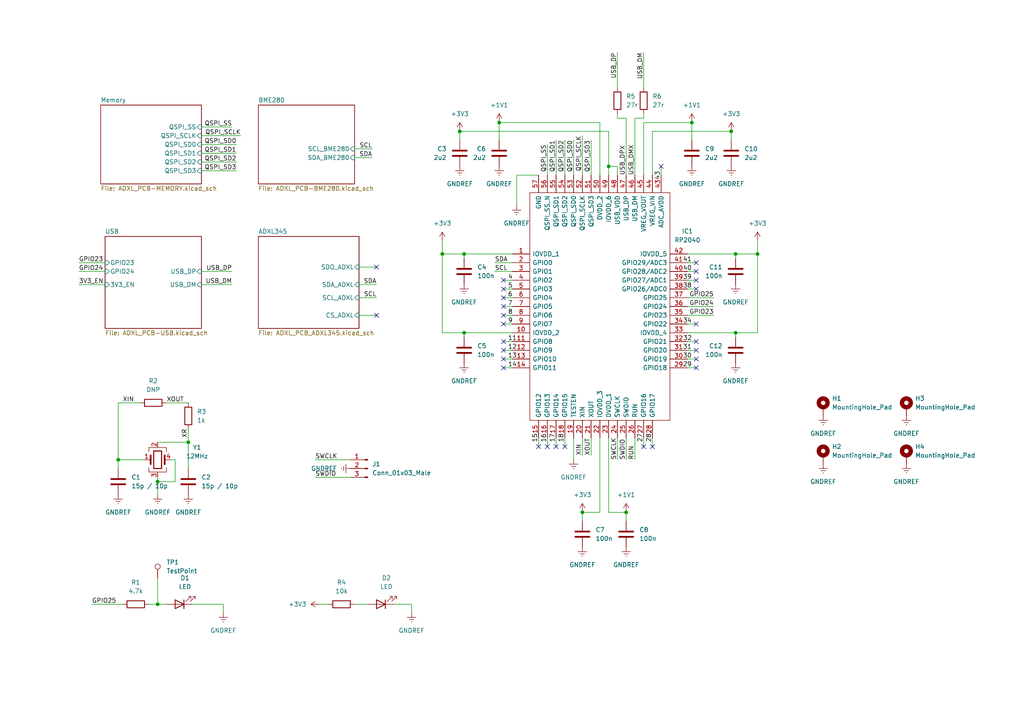
<source format=kicad_sch>
(kicad_sch (version 20211123) (generator eeschema)
  (paper "A4")
  (lib_symbols
    (symbol "Connector:Conn_01x03_Male" (pin_names (offset 1.016) hide)
      (property "Reference" "J" (at 0 5.08 0))
      (property "Value" "Conn_01x03_Male" (at 0 -5.08 0))
      (symbol "Conn_01x03_Male_1_1"
        (polyline (pts (xy 1.27 -2.54) (xy 0.8636 -2.54)) (stroke (width 0.1524)))
        (polyline (pts (xy 1.27 0) (xy 0.8636 0)) (stroke (width 0.1524)))
        (polyline (pts (xy 1.27 2.54) (xy 0.8636 2.54)) (stroke (width 0.1524)))
        (rectangle (start 0.8636 -2.413) (end 0 -2.667) (stroke (width 0.1524)) (fill (type outline)))
        (rectangle (start 0.8636 0.127) (end 0 -0.127) (stroke (width 0.1524)) (fill (type outline)))
        (rectangle (start 0.8636 2.667) (end 0 2.413) (stroke (width 0.1524)) (fill (type outline)))
        (pin passive line (at 5.08 2.54 180) (length 3.81) (name "Pin_1") (number "1"))
        (pin passive line (at 5.08 0 180) (length 3.81) (name "Pin_2") (number "2"))
        (pin passive line (at 5.08 -2.54 180) (length 3.81) (name "Pin_3") (number "3"))
      )
    )
    (symbol "Connector:TestPoint" (pin_numbers hide) (pin_names (offset 0.762) hide)
      (property "Reference" "TP" (at 0 6.858 0))
      (property "Value" "TestPoint" (at 0 5.08 0))
      (symbol "TestPoint_0_1"
        (circle (center 0 3.302) (radius 0.762))
      )
      (symbol "TestPoint_1_1"
        (pin passive line (at 0 0 90) (length 2.54) (name "1") (number "1"))
      )
    )
    (symbol "Device:C" (pin_numbers hide) (pin_names (offset 0.254))
      (property "Reference" "C" (at 0.635 2.54 0))
      (property "Value" "C" (at 0.635 -2.54 0))
      (symbol "C_0_1"
        (polyline (pts (xy -2.032 -0.762) (xy 2.032 -0.762)) (stroke (width 0.508)))
        (polyline (pts (xy -2.032 0.762) (xy 2.032 0.762)) (stroke (width 0.508)))
      )
      (symbol "C_1_1"
        (pin passive line (at 0 3.81 270) (length 2.794) (name "~") (number "1"))
        (pin passive line (at 0 -3.81 90) (length 2.794) (name "~") (number "2"))
      )
    )
    (symbol "Device:Crystal_GND23" (pin_names (offset 1.016) hide)
      (property "Reference" "Y" (at 3.175 5.08 0))
      (property "Value" "Crystal_GND23" (at 3.175 3.175 0))
      (symbol "Crystal_GND23_0_1"
        (rectangle (start -1.143 2.54) (end 1.143 -2.54) (stroke (width 0.3048)))
        (polyline (pts (xy -2.54 0) (xy -2.032 0)))
        (polyline (pts (xy -2.032 -1.27) (xy -2.032 1.27)) (stroke (width 0.508)))
        (polyline (pts (xy 0 -3.81) (xy 0 -3.556)))
        (polyline (pts (xy 0 3.556) (xy 0 3.81)))
        (polyline (pts (xy 2.032 -1.27) (xy 2.032 1.27)) (stroke (width 0.508)))
        (polyline (pts (xy 2.032 0) (xy 2.54 0)))
        (polyline (pts (xy -2.54 -2.286) (xy -2.54 -3.556) (xy 2.54 -3.556) (xy 2.54 -2.286)))
        (polyline (pts (xy -2.54 2.286) (xy -2.54 3.556) (xy 2.54 3.556) (xy 2.54 2.286)))
      )
      (symbol "Crystal_GND23_1_1"
        (pin passive line (at -3.81 0 0) (length 1.27) (name "1") (number "1"))
        (pin passive line (at 0 5.08 270) (length 1.27) (name "2") (number "2"))
        (pin passive line (at 0 -5.08 90) (length 1.27) (name "3") (number "3"))
        (pin passive line (at 3.81 0 180) (length 1.27) (name "4") (number "4"))
      )
    )
    (symbol "Device:LED" (pin_numbers hide) (pin_names (offset 1.016) hide)
      (property "Reference" "D" (at 0 2.54 0))
      (property "Value" "LED" (at 0 -2.54 0))
      (symbol "LED_0_1"
        (polyline (pts (xy -1.27 -1.27) (xy -1.27 1.27)) (stroke (width 0.254)))
        (polyline (pts (xy -1.27 0) (xy 1.27 0)))
        (polyline (pts (xy 1.27 -1.27) (xy 1.27 1.27) (xy -1.27 0) (xy 1.27 -1.27)) (stroke (width 0.254)))
        (polyline (pts (xy -3.048 -0.762) (xy -4.572 -2.286) (xy -3.81 -2.286) (xy -4.572 -2.286) (xy -4.572 -1.524)))
        (polyline (pts (xy -1.778 -0.762) (xy -3.302 -2.286) (xy -2.54 -2.286) (xy -3.302 -2.286) (xy -3.302 -1.524)))
      )
      (symbol "LED_1_1"
        (pin passive line (at -3.81 0 0) (length 2.54) (name "K") (number "1"))
        (pin passive line (at 3.81 0 180) (length 2.54) (name "A") (number "2"))
      )
    )
    (symbol "Device:R" (pin_numbers hide) (pin_names (offset 0))
      (property "Reference" "R" (at 2.032 0 90))
      (property "Value" "R" (at 0 0 90))
      (symbol "R_0_1"
        (rectangle (start -1.016 -2.54) (end 1.016 2.54) (stroke (width 0.254)))
      )
      (symbol "R_1_1"
        (pin passive line (at 0 3.81 270) (length 1.27) (name "~") (number "1"))
        (pin passive line (at 0 -3.81 90) (length 1.27) (name "~") (number "2"))
      )
    )
    (symbol "Mechanical:MountingHole_Pad" (pin_numbers hide) (pin_names (offset 1.016) hide)
      (property "Reference" "H" (at 0 6.35 0))
      (property "Value" "MountingHole_Pad" (at 0 4.445 0))
      (symbol "MountingHole_Pad_0_1"
        (circle (center 0 1.27) (radius 1.27) (stroke (width 1.27)))
      )
      (symbol "MountingHole_Pad_1_1"
        (pin input line (at 0 -2.54 90) (length 2.54) (name "1") (number "1"))
      )
    )
    (symbol "Mouser parts:RP2040" (pin_names (offset 0.762))
      (property "Reference" "IC" (at 46.99 22.86 0))
      (property "Value" "RP2040" (at 46.99 20.32 0))
      (symbol "RP2040_0_0"
        (pin passive line (at 0 0 0) (length 5.08) (name "IOVDD_1") (number "1"))
        (pin passive line (at 0 -22.86 0) (length 5.08) (name "IOVDD_2") (number "10"))
        (pin passive line (at 0 -25.4 0) (length 5.08) (name "GPIO8") (number "11"))
        (pin passive line (at 0 -27.94 0) (length 5.08) (name "GPIO9") (number "12"))
        (pin passive line (at 0 -30.48 0) (length 5.08) (name "GPIO10") (number "13"))
        (pin passive line (at 0 -33.02 0) (length 5.08) (name "GPIO11") (number "14"))
        (pin passive line (at 7.62 -53.34 90) (length 5.08) (name "GPIO12") (number "15"))
        (pin passive line (at 10.16 -53.34 90) (length 5.08) (name "GPIO13") (number "16"))
        (pin passive line (at 12.7 -53.34 90) (length 5.08) (name "GPIO14") (number "17"))
        (pin passive line (at 15.24 -53.34 90) (length 5.08) (name "GPIO15") (number "18"))
        (pin passive line (at 17.78 -53.34 90) (length 5.08) (name "TESTEN") (number "19"))
        (pin passive line (at 0 -2.54 0) (length 5.08) (name "GPIO0") (number "2"))
        (pin passive line (at 20.32 -53.34 90) (length 5.08) (name "XIN") (number "20"))
        (pin passive line (at 22.86 -53.34 90) (length 5.08) (name "XOUT") (number "21"))
        (pin passive line (at 25.4 -53.34 90) (length 5.08) (name "IOVDD_3") (number "22"))
        (pin passive line (at 27.94 -53.34 90) (length 5.08) (name "DVDD_1") (number "23"))
        (pin passive line (at 30.48 -53.34 90) (length 5.08) (name "SWCLK") (number "24"))
        (pin passive line (at 33.02 -53.34 90) (length 5.08) (name "SWDIO") (number "25"))
        (pin passive line (at 35.56 -53.34 90) (length 5.08) (name "RUN") (number "26"))
        (pin passive line (at 38.1 -53.34 90) (length 5.08) (name "GPIO16") (number "27"))
        (pin passive line (at 40.64 -53.34 90) (length 5.08) (name "GPIO17") (number "28"))
        (pin passive line (at 50.8 -33.02 180) (length 5.08) (name "GPIO18") (number "29"))
        (pin passive line (at 0 -5.08 0) (length 5.08) (name "GPIO1") (number "3"))
        (pin passive line (at 50.8 -30.48 180) (length 5.08) (name "GPIO19") (number "30"))
        (pin passive line (at 50.8 -27.94 180) (length 5.08) (name "GPIO20") (number "31"))
        (pin passive line (at 50.8 -25.4 180) (length 5.08) (name "GPIO21") (number "32"))
        (pin passive line (at 50.8 -22.86 180) (length 5.08) (name "IOVDD_4") (number "33"))
        (pin passive line (at 50.8 -20.32 180) (length 5.08) (name "GPIO22") (number "34"))
        (pin passive line (at 50.8 -17.78 180) (length 5.08) (name "GPIO23") (number "35"))
        (pin passive line (at 50.8 -15.24 180) (length 5.08) (name "GPIO24") (number "36"))
        (pin passive line (at 50.8 -12.7 180) (length 5.08) (name "GPIO25") (number "37"))
        (pin passive line (at 50.8 -10.16 180) (length 5.08) (name "GPIO26/ADC0") (number "38"))
        (pin passive line (at 50.8 -7.62 180) (length 5.08) (name "GPIO27/ADC1") (number "39"))
        (pin passive line (at 0 -7.62 0) (length 5.08) (name "GPIO2") (number "4"))
        (pin passive line (at 50.8 -5.08 180) (length 5.08) (name "GPIO28/ADC2") (number "40"))
        (pin passive line (at 50.8 -2.54 180) (length 5.08) (name "GPIO29/ADC3") (number "41"))
        (pin passive line (at 50.8 0 180) (length 5.08) (name "IOVDD_5") (number "42"))
        (pin passive line (at 43.18 22.86 270) (length 5.08) (name "ADC_AVDD") (number "43"))
        (pin passive line (at 40.64 22.86 270) (length 5.08) (name "VREG_VIN") (number "44"))
        (pin passive line (at 38.1 22.86 270) (length 5.08) (name "VREG_VOUT") (number "45"))
        (pin passive line (at 35.56 22.86 270) (length 5.08) (name "USB_DM") (number "46"))
        (pin passive line (at 33.02 22.86 270) (length 5.08) (name "USB_DP") (number "47"))
        (pin passive line (at 30.48 22.86 270) (length 5.08) (name "USB_VDD") (number "48"))
        (pin passive line (at 27.94 22.86 270) (length 5.08) (name "IOVDD_6") (number "49"))
        (pin passive line (at 0 -10.16 0) (length 5.08) (name "GPIO3") (number "5"))
        (pin passive line (at 25.4 22.86 270) (length 5.08) (name "DVDD_2") (number "50"))
        (pin passive line (at 22.86 22.86 270) (length 5.08) (name "QSPI_SD3") (number "51"))
        (pin passive line (at 20.32 22.86 270) (length 5.08) (name "QSPI_SCLK") (number "52"))
        (pin passive line (at 17.78 22.86 270) (length 5.08) (name "QSPI_SD0") (number "53"))
        (pin passive line (at 15.24 22.86 270) (length 5.08) (name "QSPI_SD2") (number "54"))
        (pin passive line (at 12.7 22.86 270) (length 5.08) (name "QSPI_SD1") (number "55"))
        (pin passive line (at 10.16 22.86 270) (length 5.08) (name "QSPI_SS_N") (number "56"))
        (pin passive line (at 7.62 22.86 270) (length 5.08) (name "GND") (number "57"))
        (pin passive line (at 0 -12.7 0) (length 5.08) (name "GPIO4") (number "6"))
        (pin passive line (at 0 -15.24 0) (length 5.08) (name "GPIO5") (number "7"))
        (pin passive line (at 0 -17.78 0) (length 5.08) (name "GPIO6") (number "8"))
        (pin passive line (at 0 -20.32 0) (length 5.08) (name "GPIO7") (number "9"))
      )
      (symbol "RP2040_0_1"
        (polyline (pts (xy 5.08 17.78) (xy 45.72 17.78) (xy 45.72 -48.26) (xy 5.08 -48.26) (xy 5.08 17.78)) (stroke (width 0.1524)))
      )
    )
    (symbol "power:+1V1" (power) (pin_names (offset 0))
      (property "Value" "+1V1" (at 0 3.556 0))
      (symbol "+1V1_0_1"
        (polyline (pts (xy -0.762 1.27) (xy 0 2.54)))
        (polyline (pts (xy 0 0) (xy 0 2.54)))
        (polyline (pts (xy 0 2.54) (xy 0.762 1.27)))
      )
      (symbol "+1V1_1_1"
        (pin power_in line (at 0 0 90) (length 0) hide (name "+1V1") (number "1"))
      )
    )
    (symbol "power:+3.3V" (power) (pin_names (offset 0))
      (property "Value" "+3.3V" (at 0 3.556 0))
      (symbol "+3.3V_0_1"
        (polyline (pts (xy -0.762 1.27) (xy 0 2.54)))
        (polyline (pts (xy 0 0) (xy 0 2.54)))
        (polyline (pts (xy 0 2.54) (xy 0.762 1.27)))
      )
      (symbol "+3.3V_1_1"
        (pin power_in line (at 0 0 90) (length 0) hide (name "+3V3") (number "1"))
      )
    )
    (symbol "power:GNDREF" (power) (pin_names (offset 0))
      (property "Value" "GNDREF" (at 0 -3.81 0))
      (symbol "GNDREF_0_1"
        (polyline (pts (xy -0.635 -1.905) (xy 0.635 -1.905)))
        (polyline (pts (xy -0.127 -2.54) (xy 0.127 -2.54)))
        (polyline (pts (xy 0 -1.27) (xy 0 0)))
        (polyline (pts (xy 1.27 -1.27) (xy -1.27 -1.27)))
      )
      (symbol "GNDREF_1_1"
        (pin power_in line (at 0 0 270) (length 0) hide (name "GNDREF") (number "1"))
      )
    )
  )
  (junction (at 34.29 133.35))
  (junction (at 212.09 38.1))
  (junction (at 181.61 148.59))
  (junction (at 213.36 96.52))
  (junction (at 133.35 38.1))
  (junction (at 54.61 128.27))
  (junction (at 45.72 175.26))
  (junction (at 213.36 73.66))
  (junction (at 134.62 96.52))
  (junction (at 176.53 48.26))
  (junction (at 168.91 148.59))
  (junction (at 219.71 73.66))
  (junction (at 134.62 73.66))
  (junction (at 128.27 73.66))
  (junction (at 200.66 35.56))
  (junction (at 45.72 139.7))
  (junction (at 144.78 35.56))
  (no_connect (at 146.05 91.44))
  (no_connect (at 146.05 93.98))
  (no_connect (at 201.93 83.82))
  (no_connect (at 201.93 78.74))
  (no_connect (at 201.93 81.28))
  (no_connect (at 201.93 76.2))
  (no_connect (at 109.22 91.44))
  (no_connect (at 109.22 77.47))
  (no_connect (at 146.05 81.28))
  (no_connect (at 186.69 129.54))
  (no_connect (at 189.23 129.54))
  (no_connect (at 201.93 106.68))
  (no_connect (at 201.93 99.06))
  (no_connect (at 201.93 101.6))
  (no_connect (at 201.93 104.14))
  (no_connect (at 201.93 93.98))
  (no_connect (at 156.21 129.54))
  (no_connect (at 158.75 129.54))
  (no_connect (at 161.29 129.54))
  (no_connect (at 163.83 129.54))
  (no_connect (at 146.05 106.68))
  (no_connect (at 146.05 101.6))
  (no_connect (at 146.05 104.14))
  (no_connect (at 146.05 83.82))
  (no_connect (at 146.05 86.36))
  (no_connect (at 146.05 88.9))
  (no_connect (at 146.05 99.06))
  (no_connect (at 191.77 48.26))
  (wire (pts (xy 161.29 40.64) (xy 161.29 50.8)))
  (wire (pts (xy 199.39 99.06) (xy 201.93 99.06)))
  (wire (pts (xy 186.69 35.56) (xy 200.66 35.56)))
  (wire (pts (xy 156.21 127) (xy 156.21 129.54)))
  (wire (pts (xy 133.35 38.1) (xy 133.35 40.64)))
  (wire (pts (xy 149.86 50.8) (xy 156.21 50.8)))
  (wire (pts (xy 144.78 35.56) (xy 144.78 40.64)))
  (wire (pts (xy 200.66 35.56) (xy 200.66 40.64)))
  (wire (pts (xy 146.05 104.14) (xy 148.59 104.14)))
  (wire (pts (xy 199.39 78.74) (xy 201.93 78.74)))
  (wire (pts (xy 26.67 175.26) (xy 35.56 175.26)))
  (wire (pts (xy 45.72 138.43) (xy 45.72 139.7)))
  (wire (pts (xy 163.83 127) (xy 163.83 129.54)))
  (wire (pts (xy 176.53 48.26) (xy 179.07 48.26)))
  (wire (pts (xy 219.71 73.66) (xy 219.71 96.52)))
  (wire (pts (xy 199.39 83.82) (xy 201.93 83.82)))
  (wire (pts (xy 34.29 116.84) (xy 40.64 116.84)))
  (wire (pts (xy 104.14 86.36) (xy 109.22 86.36)))
  (wire (pts (xy 50.8 139.7) (xy 45.72 139.7)))
  (wire (pts (xy 109.22 91.44) (xy 104.14 91.44)))
  (wire (pts (xy 50.8 133.35) (xy 50.8 139.7)))
  (wire (pts (xy 30.48 76.2) (xy 22.86 76.2)))
  (wire (pts (xy 102.87 43.18) (xy 107.95 43.18)))
  (wire (pts (xy 179.07 33.02) (xy 179.07 34.29)))
  (wire (pts (xy 173.99 35.56) (xy 144.78 35.56)))
  (wire (pts (xy 184.15 50.8) (xy 184.15 34.29)))
  (wire (pts (xy 109.22 77.47) (xy 104.14 77.47)))
  (wire (pts (xy 134.62 96.52) (xy 134.62 97.79)))
  (wire (pts (xy 146.05 101.6) (xy 148.59 101.6)))
  (wire (pts (xy 179.07 34.29) (xy 181.61 34.29)))
  (wire (pts (xy 179.07 48.26) (xy 179.07 50.8)))
  (wire (pts (xy 41.91 133.35) (xy 34.29 133.35)))
  (wire (pts (xy 58.42 82.55) (xy 67.31 82.55)))
  (wire (pts (xy 148.59 96.52) (xy 134.62 96.52)))
  (wire (pts (xy 189.23 38.1) (xy 212.09 38.1)))
  (wire (pts (xy 189.23 50.8) (xy 189.23 38.1)))
  (wire (pts (xy 34.29 133.35) (xy 34.29 135.89)))
  (wire (pts (xy 181.61 34.29) (xy 181.61 50.8)))
  (wire (pts (xy 171.45 127) (xy 171.45 132.08)))
  (wire (pts (xy 219.71 73.66) (xy 213.36 73.66)))
  (wire (pts (xy 149.86 59.69) (xy 149.86 50.8)))
  (wire (pts (xy 102.87 45.72) (xy 107.95 45.72)))
  (wire (pts (xy 173.99 50.8) (xy 173.99 35.56)))
  (wire (pts (xy 58.42 49.53) (xy 68.58 49.53)))
  (wire (pts (xy 102.87 175.26) (xy 106.68 175.26)))
  (wire (pts (xy 58.42 78.74) (xy 67.31 78.74)))
  (wire (pts (xy 158.75 127) (xy 158.75 129.54)))
  (wire (pts (xy 181.61 127) (xy 181.61 133.35)))
  (wire (pts (xy 55.88 175.26) (xy 64.77 175.26)))
  (wire (pts (xy 146.05 91.44) (xy 148.59 91.44)))
  (wire (pts (xy 58.42 44.45) (xy 68.58 44.45)))
  (wire (pts (xy 45.72 128.27) (xy 54.61 128.27)))
  (wire (pts (xy 199.39 106.68) (xy 201.93 106.68)))
  (wire (pts (xy 128.27 96.52) (xy 134.62 96.52)))
  (wire (pts (xy 168.91 151.13) (xy 168.91 148.59)))
  (wire (pts (xy 191.77 48.26) (xy 191.77 50.8)))
  (wire (pts (xy 213.36 73.66) (xy 213.36 74.93)))
  (wire (pts (xy 207.01 86.36) (xy 199.39 86.36)))
  (wire (pts (xy 128.27 73.66) (xy 128.27 96.52)))
  (wire (pts (xy 166.37 127) (xy 166.37 133.35)))
  (wire (pts (xy 213.36 96.52) (xy 213.36 97.79)))
  (wire (pts (xy 184.15 34.29) (xy 186.69 34.29)))
  (wire (pts (xy 199.39 104.14) (xy 201.93 104.14)))
  (wire (pts (xy 219.71 96.52) (xy 213.36 96.52)))
  (wire (pts (xy 43.18 175.26) (xy 45.72 175.26)))
  (wire (pts (xy 146.05 106.68) (xy 148.59 106.68)))
  (wire (pts (xy 176.53 48.26) (xy 176.53 50.8)))
  (wire (pts (xy 119.38 175.26) (xy 119.38 177.8)))
  (wire (pts (xy 146.05 86.36) (xy 148.59 86.36)))
  (wire (pts (xy 189.23 127) (xy 189.23 129.54)))
  (wire (pts (xy 184.15 127) (xy 184.15 133.35)))
  (wire (pts (xy 146.05 93.98) (xy 148.59 93.98)))
  (wire (pts (xy 199.39 101.6) (xy 201.93 101.6)))
  (wire (pts (xy 161.29 127) (xy 161.29 129.54)))
  (wire (pts (xy 173.99 148.59) (xy 173.99 127)))
  (wire (pts (xy 168.91 127) (xy 168.91 132.08)))
  (wire (pts (xy 45.72 167.64) (xy 45.72 175.26)))
  (wire (pts (xy 34.29 133.35) (xy 34.29 116.84)))
  (wire (pts (xy 199.39 81.28) (xy 201.93 81.28)))
  (wire (pts (xy 64.77 175.26) (xy 64.77 177.8)))
  (wire (pts (xy 176.53 148.59) (xy 181.61 148.59)))
  (wire (pts (xy 58.42 46.99) (xy 68.58 46.99)))
  (wire (pts (xy 186.69 15.24) (xy 186.69 25.4)))
  (wire (pts (xy 176.53 38.1) (xy 176.53 48.26)))
  (wire (pts (xy 49.53 133.35) (xy 50.8 133.35)))
  (wire (pts (xy 58.42 39.37) (xy 69.85 39.37)))
  (wire (pts (xy 179.07 15.24) (xy 179.07 25.4)))
  (wire (pts (xy 146.05 88.9) (xy 148.59 88.9)))
  (wire (pts (xy 133.35 38.1) (xy 176.53 38.1)))
  (wire (pts (xy 54.61 124.46) (xy 54.61 128.27)))
  (wire (pts (xy 143.51 76.2) (xy 148.59 76.2)))
  (wire (pts (xy 58.42 41.91) (xy 68.58 41.91)))
  (wire (pts (xy 91.44 133.35) (xy 101.6 133.35)))
  (wire (pts (xy 148.59 73.66) (xy 134.62 73.66)))
  (wire (pts (xy 45.72 175.26) (xy 48.26 175.26)))
  (wire (pts (xy 179.07 127) (xy 179.07 133.35)))
  (wire (pts (xy 199.39 76.2) (xy 201.93 76.2)))
  (wire (pts (xy 45.72 139.7) (xy 45.72 143.51)))
  (wire (pts (xy 30.48 78.74) (xy 22.86 78.74)))
  (wire (pts (xy 92.71 175.26) (xy 95.25 175.26)))
  (wire (pts (xy 143.51 78.74) (xy 148.59 78.74)))
  (wire (pts (xy 219.71 69.85) (xy 219.71 73.66)))
  (wire (pts (xy 22.86 82.55) (xy 30.48 82.55)))
  (wire (pts (xy 168.91 39.37) (xy 168.91 50.8)))
  (wire (pts (xy 54.61 128.27) (xy 54.61 135.89)))
  (wire (pts (xy 186.69 127) (xy 186.69 129.54)))
  (wire (pts (xy 186.69 34.29) (xy 186.69 33.02)))
  (wire (pts (xy 199.39 88.9) (xy 207.01 88.9)))
  (wire (pts (xy 181.61 148.59) (xy 181.61 151.13)))
  (wire (pts (xy 128.27 73.66) (xy 134.62 73.66)))
  (wire (pts (xy 212.09 38.1) (xy 212.09 40.64)))
  (wire (pts (xy 128.27 69.85) (xy 128.27 73.66)))
  (wire (pts (xy 199.39 73.66) (xy 213.36 73.66)))
  (wire (pts (xy 114.3 175.26) (xy 119.38 175.26)))
  (wire (pts (xy 146.05 81.28) (xy 148.59 81.28)))
  (wire (pts (xy 171.45 40.64) (xy 171.45 50.8)))
  (wire (pts (xy 163.83 40.64) (xy 163.83 50.8)))
  (wire (pts (xy 199.39 96.52) (xy 213.36 96.52)))
  (wire (pts (xy 146.05 83.82) (xy 148.59 83.82)))
  (wire (pts (xy 134.62 73.66) (xy 134.62 74.93)))
  (wire (pts (xy 104.14 82.55) (xy 109.22 82.55)))
  (wire (pts (xy 58.42 36.83) (xy 67.31 36.83)))
  (wire (pts (xy 199.39 93.98) (xy 201.93 93.98)))
  (wire (pts (xy 186.69 50.8) (xy 186.69 35.56)))
  (wire (pts (xy 168.91 148.59) (xy 173.99 148.59)))
  (wire (pts (xy 199.39 91.44) (xy 207.01 91.44)))
  (wire (pts (xy 91.44 138.43) (xy 101.6 138.43)))
  (wire (pts (xy 158.75 41.91) (xy 158.75 50.8)))
  (wire (pts (xy 146.05 99.06) (xy 148.59 99.06)))
  (wire (pts (xy 48.26 116.84) (xy 54.61 116.84)))
  (wire (pts (xy 166.37 40.64) (xy 166.37 50.8)))
  (wire (pts (xy 176.53 127) (xy 176.53 148.59)))
  (label "XIN" (at 35.56 116.84 0))
  (label "XOUT" (at 53.34 116.84 180))
  (label "QSPI_SS" (at 158.75 41.91 270))
  (label "GPIO25" (at 207.01 86.36 180))
  (label "7" (at 147.26 88.9 0))
  (label "QSPI_SS" (at 67.31 36.83 180))
  (label "QSPI_SCLK" (at 168.91 39.37 270))
  (label "QSPI_SCLK" (at 69.85 39.37 180))
  (label "3V3_EN" (at 22.86 82.55 0))
  (label "13" (at 147.2902 104.14 0))
  (label "39" (at 200.66 81.28 180))
  (label "XIN" (at 168.91 132.08 90))
  (label "XOUT" (at 171.45 132.08 90))
  (label "GPIO23" (at 22.86 76.2 0))
  (label "40" (at 200.66 78.74 180))
  (label "GPIO23" (at 207.01 91.44 180))
  (label "USB_DMX" (at 184.15 50.8 90))
  (label "QSPI_SD3" (at 68.58 49.53 180))
  (label "30" (at 200.66 104.14 180))
  (label "SWCLK" (at 179.07 133.35 90))
  (label "38" (at 200.66 83.82 180))
  (label "USB_DP" (at 67.31 78.74 180))
  (label "14" (at 147.32 106.68 0))
  (label "6" (at 147.2902 86.36 0))
  (label "32" (at 200.7068 99.06 180))
  (label "43" (at 191.77 49.53 270))
  (label "SWCLK" (at 91.44 133.35 0))
  (label "SCL" (at 109.22 86.36 180))
  (label "15" (at 156.21 128.27 90))
  (label "SDA" (at 107.95 45.72 180))
  (label "SCL" (at 143.51 78.74 0))
  (label "12" (at 147.32 101.6 0))
  (label "USB_DP" (at 179.07 15.24 270))
  (label "SWDIO" (at 181.61 133.35 90))
  (label "QSPI_SD0" (at 166.37 40.64 270))
  (label "29" (at 200.66 106.68 180))
  (label "SDA" (at 143.51 76.2 0))
  (label "USB_DM" (at 67.31 82.55 180))
  (label "41" (at 200.66 76.2 180))
  (label "QSPI_SD2" (at 68.58 46.99 180))
  (label "QSPI_SD2" (at 163.83 40.64 270))
  (label "GPIO25" (at 26.67 175.26 0))
  (label "USB_DM" (at 186.69 15.24 270))
  (label "QSPI_SD1" (at 161.29 40.64 270))
  (label "XR" (at 54.61 127 90))
  (label "28" (at 189.23 128.27 90))
  (label "QSPI_SD3" (at 171.45 40.64 270))
  (label "QSPI_SD1" (at 68.58 44.45 180))
  (label "18" (at 163.83 128.27 90))
  (label "SCL" (at 107.95 43.18 180))
  (label "27" (at 186.69 128.27 90))
  (label "16" (at 158.75 128.27 90))
  (label "5" (at 147.32 83.82 0))
  (label "34" (at 200.66 93.98 180))
  (label "8" (at 147.32 91.44 0))
  (label "SDA" (at 109.22 82.55 180))
  (label "SWDIO" (at 91.44 138.43 0))
  (label "QSPI_SD0" (at 68.58 41.91 180))
  (label "USB_DPX" (at 181.61 50.8 90))
  (label "17" (at 161.29 128.27 90))
  (label "31" (at 200.66 101.6 180))
  (label "RUN" (at 184.15 133.35 90))
  (label "9" (at 147.32 93.98 0))
  (label "GPIO24" (at 207.01 88.9 180))
  (label "4" (at 147.32 81.28 0))
  (label "GPIO24" (at 22.86 78.74 0))
  (label "11" (at 147.32 99.06 0))
  (symbol (lib_id "Device:C") (at 134.62 101.6 0) (unit 1)
    (property "Reference" "C5" (at 138.43 100.3299 0) (effects (justify left)))
    (property "Value" "100n" (at 138.43 102.8699 0) (effects (justify left)))
    (property "Footprint" "Capacitor_SMD:C_0201_0603Metric_Pad0.64x0.40mm_HandSolder" (effects hide))
  )
  (symbol (lib_id "Mechanical:MountingHole_Pad") (at 238.76 118.11 0) (unit 1)
    (property "Reference" "H1" (at 241.3 115.5699 0) (effects (justify left)))
    (property "Value" "MountingHole_Pad" (at 241.3 118.1099 0) (effects (justify left)))
    (property "Footprint" "MountingHole:MountingHole_2.2mm_M2_DIN965_Pad" (effects hide))
  )
  (symbol (lib_id "power:+3.3V") (at 212.09 38.1 0) (unit 1)
    (property "Reference" "#PWR023" (effects hide))
    (property "Value" "+3.3V" (at 212.09 33.02 0))
  )
  (symbol (lib_id "Device:C") (at 213.36 78.74 0) (mirror y) (unit 1)
    (property "Reference" "C11" (at 209.55 77.4699 0) (effects (justify left)))
    (property "Value" "100n" (at 209.55 80.0099 0) (effects (justify left)))
    (property "Footprint" "Capacitor_SMD:C_0201_0603Metric_Pad0.64x0.40mm_HandSolder" (effects hide))
  )
  (symbol (lib_id "Mouser parts:RP2040") (at 148.59 73.66 0) (unit 1)
    (property "Reference" "IC1" (at 199.39 67.0812 0))
    (property "Value" "RP2040" (at 199.39 69.6212 0))
    (property "Footprint" "QFN40P700X700X90-57N-D" (effects hide))
    (property "Datasheet" "https://datasheets.raspberrypi.org/rp2040/rp2040-datasheet.pdf" (effects hide))
    (property "Description" "Microcontroller in QFN Package" (effects hide))
    (property "Height" "0.9" (effects hide))
    (property "Manufacturer_Name" "RASPBERRY-PI" (effects hide))
    (property "Manufacturer_Part_Number" "RP2040" (effects hide))
  )
  (symbol (lib_id "power:GNDREF") (at 133.35 48.26 0) (unit 1)
    (property "Reference" "#PWR010" (effects hide))
    (property "Value" "GNDREF" (at 133.35 53.34 0))
  )
  (symbol (lib_id "Connector:TestPoint") (at 45.72 167.64 0) (unit 1)
    (property "Reference" "TP1" (at 48.26 163.0679 0) (effects (justify left)))
    (property "Value" "TestPoint" (at 48.26 165.6079 0) (effects (justify left)))
    (property "Footprint" "TestPoint:TestPoint_Pad_D1.0mm" (effects hide))
  )
  (symbol (lib_id "power:+3.3V") (at 92.71 175.26 90) (unit 1)
    (property "Reference" "#PWR05" (effects hide))
    (property "Value" "+3.3V" (at 88.9 175.2599 90) (effects (justify left)))
  )
  (symbol (lib_id "power:+1V1") (at 144.78 35.56 0) (mirror y) (unit 1)
    (property "Reference" "#PWR013" (effects hide))
    (property "Value" "+1V1" (at 144.78 30.48 0))
  )
  (symbol (lib_id "Device:R") (at 39.37 175.26 270) (unit 1)
    (property "Reference" "R1" (at 39.37 168.91 90))
    (property "Value" "4.7k" (at 39.37 171.45 90))
    (property "Footprint" "Resistor_SMD:R_0402_1005Metric_Pad0.72x0.64mm_HandSolder" (effects hide))
  )
  (symbol (lib_id "Device:LED") (at 110.49 175.26 180) (unit 1)
    (property "Reference" "D2" (at 112.0775 167.64 0))
    (property "Value" "LED" (at 112.0775 170.18 0))
    (property "Footprint" "LED_SMD:LED_0805_2012Metric_Pad1.15x1.40mm_HandSolder" (effects hide))
  )
  (symbol (lib_id "power:GNDREF") (at 149.86 59.69 0) (unit 1)
    (property "Reference" "#PWR015" (effects hide))
    (property "Value" "GNDREF" (at 149.86 64.77 0))
  )
  (symbol (lib_id "power:GNDREF") (at 200.66 48.26 0) (mirror y) (unit 1)
    (property "Reference" "#PWR022" (effects hide))
    (property "Value" "GNDREF" (at 200.66 53.34 0))
  )
  (symbol (lib_id "Device:C") (at 168.91 154.94 0) (unit 1)
    (property "Reference" "C7" (at 172.72 153.6699 0) (effects (justify left)))
    (property "Value" "100n" (at 172.72 156.2099 0) (effects (justify left)))
    (property "Footprint" "Capacitor_SMD:C_0201_0603Metric_Pad0.64x0.40mm_HandSolder" (effects hide))
  )
  (symbol (lib_id "power:GNDREF") (at 134.62 82.55 0) (unit 1)
    (property "Reference" "#PWR011" (effects hide))
    (property "Value" "GNDREF" (at 134.62 87.63 0))
  )
  (symbol (lib_id "power:GNDREF") (at 64.77 177.8 0) (unit 1)
    (property "Reference" "#PWR04" (effects hide))
    (property "Value" "GNDREF" (at 64.77 182.88 0))
  )
  (symbol (lib_id "Device:R") (at 99.06 175.26 270) (unit 1)
    (property "Reference" "R4" (at 99.06 168.91 90))
    (property "Value" "10k" (at 99.06 171.45 90))
    (property "Footprint" "Resistor_SMD:R_0402_1005Metric_Pad0.72x0.64mm_HandSolder" (effects hide))
  )
  (symbol (lib_id "Device:C") (at 54.61 139.7 0) (unit 1)
    (property "Reference" "C2" (at 58.42 138.4299 0) (effects (justify left)))
    (property "Value" "15p / 10p" (at 58.42 140.9699 0) (effects (justify left)))
    (property "Footprint" "Capacitor_SMD:C_0201_0603Metric_Pad0.64x0.40mm_HandSolder" (effects hide))
  )
  (symbol (lib_id "power:+1V1") (at 200.66 35.56 0) (unit 1)
    (property "Reference" "#PWR021" (effects hide))
    (property "Value" "+1V1" (at 200.66 30.48 0))
  )
  (symbol (lib_id "power:GNDREF") (at 166.37 133.35 0) (mirror y) (unit 1)
    (property "Reference" "#PWR016" (effects hide))
    (property "Value" "GNDREF" (at 166.37 138.43 0))
  )
  (symbol (lib_id "power:GNDREF") (at 134.62 105.41 0) (unit 1)
    (property "Reference" "#PWR012" (effects hide))
    (property "Value" "GNDREF" (at 134.62 110.49 0))
  )
  (symbol (lib_id "power:GNDREF") (at 54.61 143.51 0) (unit 1)
    (property "Reference" "#PWR03" (effects hide))
    (property "Value" "GNDREF" (at 54.61 148.59 0))
  )
  (symbol (lib_id "Mechanical:MountingHole_Pad") (at 262.89 132.08 0) (unit 1)
    (property "Reference" "H4" (at 265.43 129.5399 0) (effects (justify left)))
    (property "Value" "MountingHole_Pad" (at 265.43 132.0799 0) (effects (justify left)))
    (property "Footprint" "MountingHole:MountingHole_2.2mm_M2_DIN965_Pad" (effects hide))
  )
  (symbol (lib_id "Device:LED") (at 52.07 175.26 180) (unit 1)
    (property "Reference" "D1" (at 53.6575 167.64 0))
    (property "Value" "LED" (at 53.6575 170.18 0))
    (property "Footprint" "LED_SMD:LED_0805_2012Metric_Pad1.15x1.40mm_HandSolder" (effects hide))
  )
  (symbol (lib_id "Device:R") (at 179.07 29.21 0) (unit 1)
    (property "Reference" "R5" (at 181.61 27.9399 0) (effects (justify left)))
    (property "Value" "27r" (at 181.61 30.4799 0) (effects (justify left)))
    (property "Footprint" "Resistor_SMD:R_0201_0603Metric_Pad0.64x0.40mm_HandSolder" (effects hide))
  )
  (symbol (lib_id "Device:R") (at 186.69 29.21 0) (unit 1)
    (property "Reference" "R6" (at 189.23 27.9399 0) (effects (justify left)))
    (property "Value" "27r" (at 189.23 30.4799 0) (effects (justify left)))
    (property "Footprint" "Resistor_SMD:R_0201_0603Metric_Pad0.64x0.40mm_HandSolder" (effects hide))
  )
  (symbol (lib_id "power:+3.3V") (at 168.91 148.59 0) (mirror y) (unit 1)
    (property "Reference" "#PWR017" (effects hide))
    (property "Value" "+3.3V" (at 168.91 143.51 0))
  )
  (symbol (lib_id "Mechanical:MountingHole_Pad") (at 238.76 132.08 0) (unit 1)
    (property "Reference" "H2" (at 241.3 129.5399 0) (effects (justify left)))
    (property "Value" "MountingHole_Pad" (at 241.3 132.0799 0) (effects (justify left)))
    (property "Footprint" "MountingHole:MountingHole_2.2mm_M2_DIN965_Pad" (effects hide))
  )
  (symbol (lib_id "Device:C") (at 181.61 154.94 0) (unit 1)
    (property "Reference" "C8" (at 185.42 153.6699 0) (effects (justify left)))
    (property "Value" "100n" (at 185.42 156.2099 0) (effects (justify left)))
    (property "Footprint" "Capacitor_SMD:C_0201_0603Metric_Pad0.64x0.40mm_HandSolder" (effects hide))
  )
  (symbol (lib_id "power:GNDREF") (at 213.36 105.41 0) (mirror y) (unit 1)
    (property "Reference" "#PWR026" (effects hide))
    (property "Value" "GNDREF" (at 213.36 110.49 0))
  )
  (symbol (lib_id "power:+3.3V") (at 133.35 38.1 0) (mirror y) (unit 1)
    (property "Reference" "#PWR09" (effects hide))
    (property "Value" "+3.3V" (at 133.35 33.02 0))
  )
  (symbol (lib_id "Device:C") (at 34.29 139.7 0) (unit 1)
    (property "Reference" "C1" (at 38.1 138.4299 0) (effects (justify left)))
    (property "Value" "15p / 10p " (at 38.1 140.9699 0) (effects (justify left)))
    (property "Footprint" "Capacitor_SMD:C_0201_0603Metric_Pad0.64x0.40mm_HandSolder" (effects hide))
  )
  (symbol (lib_id "power:GNDREF") (at 262.89 120.65 0) (mirror y) (unit 1)
    (property "Reference" "#PWR030" (effects hide))
    (property "Value" "GNDREF" (at 262.89 125.73 0))
  )
  (symbol (lib_id "power:GNDREF") (at 238.76 120.65 0) (mirror y) (unit 1)
    (property "Reference" "#PWR028" (effects hide))
    (property "Value" "GNDREF" (at 238.76 125.73 0))
  )
  (symbol (lib_id "power:GNDREF") (at 45.72 143.51 0) (unit 1)
    (property "Reference" "#PWR02" (effects hide))
    (property "Value" "GNDREF" (at 45.72 148.59 0))
  )
  (symbol (lib_id "power:GNDREF") (at 119.38 177.8 0) (unit 1)
    (property "Reference" "#PWR07" (effects hide))
    (property "Value" "GNDREF" (at 119.38 182.88 0))
  )
  (symbol (lib_id "power:+3.3V") (at 128.27 69.85 0) (unit 1)
    (property "Reference" "#PWR08" (effects hide))
    (property "Value" "+3.3V" (at 128.27 64.77 0))
  )
  (symbol (lib_id "Device:C") (at 200.66 44.45 0) (unit 1)
    (property "Reference" "C9" (at 204.47 43.1799 0) (effects (justify left)))
    (property "Value" "2u2" (at 204.47 45.7199 0) (effects (justify left)))
    (property "Footprint" "Capacitor_SMD:C_0402_1005Metric_Pad0.74x0.62mm_HandSolder" (effects hide))
  )
  (symbol (lib_id "Device:Crystal_GND23") (at 45.72 133.35 0) (unit 1)
    (property "Reference" "Y1" (at 57.15 129.7686 0))
    (property "Value" "12MHz" (at 57.15 132.3086 0))
    (property "Footprint" "Crystal:Crystal_SMD_2016-4Pin_2.0x1.6mm" (effects hide))
  )
  (symbol (lib_id "Device:R") (at 54.61 120.65 0) (unit 1)
    (property "Reference" "R3" (at 57.15 119.3799 0) (effects (justify left)))
    (property "Value" "1k" (at 57.15 121.9199 0) (effects (justify left)))
    (property "Footprint" "Resistor_SMD:R_0402_1005Metric_Pad0.72x0.64mm_HandSolder" (effects hide))
  )
  (symbol (lib_id "Device:C") (at 133.35 44.45 0) (mirror y) (unit 1)
    (property "Reference" "C3" (at 129.54 43.1799 0) (effects (justify left)))
    (property "Value" "2u2" (at 129.54 45.7199 0) (effects (justify left)))
    (property "Footprint" "Capacitor_SMD:C_0201_0603Metric_Pad0.64x0.40mm_HandSolder" (effects hide))
  )
  (symbol (lib_id "Device:C") (at 213.36 101.6 0) (mirror y) (unit 1)
    (property "Reference" "C12" (at 209.55 100.3299 0) (effects (justify left)))
    (property "Value" "100n" (at 209.55 102.8699 0) (effects (justify left)))
    (property "Footprint" "Capacitor_SMD:C_0201_0603Metric_Pad0.64x0.40mm_HandSolder" (effects hide))
  )
  (symbol (lib_id "Device:C") (at 212.09 44.45 0) (unit 1)
    (property "Reference" "C10" (at 215.9 43.1799 0) (effects (justify left)))
    (property "Value" "2u2" (at 215.9 45.7199 0) (effects (justify left)))
    (property "Footprint" "Capacitor_SMD:C_0402_1005Metric_Pad0.74x0.62mm_HandSolder" (effects hide))
  )
  (symbol (lib_id "power:GNDREF") (at 144.78 48.26 0) (unit 1)
    (property "Reference" "#PWR014" (effects hide))
    (property "Value" "GNDREF" (at 144.78 53.34 0))
  )
  (symbol (lib_id "power:GNDREF") (at 101.6 135.89 270) (mirror x) (unit 1)
    (property "Reference" "#PWR06" (effects hide))
    (property "Value" "GNDREF" (at 97.79 135.8899 90) (effects (justify right)))
  )
  (symbol (lib_id "Connector:Conn_01x03_Male") (at 106.68 135.89 0) (mirror y) (unit 1)
    (property "Reference" "J1" (at 107.95 134.6199 0) (effects (justify right)))
    (property "Value" "Conn_01x03_Male" (at 107.95 137.1599 0) (effects (justify right)))
    (property "Footprint" "Connector_PinHeader_1.27mm:PinHeader_1x03_P1.27mm_Vertical" (effects hide))
  )
  (symbol (lib_id "power:+1V1") (at 181.61 148.59 0) (mirror y) (unit 1)
    (property "Reference" "#PWR019" (effects hide))
    (property "Value" "+1V1" (at 181.61 143.51 0))
  )
  (symbol (lib_id "Device:R") (at 44.45 116.84 270) (unit 1)
    (property "Reference" "R2" (at 44.45 110.49 90))
    (property "Value" "DNP" (at 44.45 113.03 90))
    (property "Footprint" "Resistor_SMD:R_0402_1005Metric_Pad0.72x0.64mm_HandSolder" (effects hide))
  )
  (symbol (lib_id "power:GNDREF") (at 213.36 82.55 0) (mirror y) (unit 1)
    (property "Reference" "#PWR025" (effects hide))
    (property "Value" "GNDREF" (at 213.36 87.63 0))
  )
  (symbol (lib_id "power:GNDREF") (at 181.61 158.75 0) (mirror y) (unit 1)
    (property "Reference" "#PWR020" (effects hide))
    (property "Value" "GNDREF" (at 181.61 163.83 0))
  )
  (symbol (lib_id "Device:C") (at 134.62 78.74 0) (unit 1)
    (property "Reference" "C4" (at 138.43 77.4699 0) (effects (justify left)))
    (property "Value" "100n" (at 138.43 80.0099 0) (effects (justify left)))
    (property "Footprint" "Capacitor_SMD:C_0201_0603Metric_Pad0.64x0.40mm_HandSolder" (effects hide))
  )
  (symbol (lib_id "power:+3.3V") (at 219.71 69.85 0) (mirror y) (unit 1)
    (property "Reference" "#PWR027" (effects hide))
    (property "Value" "+3.3V" (at 219.71 64.77 0))
  )
  (symbol (lib_id "Mechanical:MountingHole_Pad") (at 262.89 118.11 0) (unit 1)
    (property "Reference" "H3" (at 265.43 115.5699 0) (effects (justify left)))
    (property "Value" "MountingHole_Pad" (at 265.43 118.1099 0) (effects (justify left)))
    (property "Footprint" "MountingHole:MountingHole_2.2mm_M2_DIN965_Pad" (effects hide))
  )
  (symbol (lib_id "Device:C") (at 144.78 44.45 0) (mirror y) (unit 1)
    (property "Reference" "C6" (at 140.97 43.1799 0) (effects (justify left)))
    (property "Value" "2u2" (at 140.97 45.7199 0) (effects (justify left)))
    (property "Footprint" "Capacitor_SMD:C_0201_0603Metric_Pad0.64x0.40mm_HandSolder" (effects hide))
  )
  (symbol (lib_id "power:GNDREF") (at 262.89 134.62 0) (mirror y) (unit 1)
    (property "Reference" "#PWR031" (effects hide))
    (property "Value" "GNDREF" (at 262.89 139.7 0))
  )
  (symbol (lib_id "power:GNDREF") (at 168.91 158.75 0) (mirror y) (unit 1)
    (property "Reference" "#PWR018" (effects hide))
    (property "Value" "GNDREF" (at 168.91 163.83 0))
  )
  (symbol (lib_id "power:GNDREF") (at 34.29 143.51 0) (unit 1)
    (property "Reference" "#PWR01" (effects hide))
    (property "Value" "GNDREF" (at 34.29 148.59 0))
  )
  (symbol (lib_id "power:GNDREF") (at 212.09 48.26 0) (mirror y) (unit 1)
    (property "Reference" "#PWR024" (effects hide))
    (property "Value" "GNDREF" (at 212.09 53.34 0))
  )
  (symbol (lib_id "power:GNDREF") (at 238.76 134.62 0) (mirror y) (unit 1)
    (property "Reference" "#PWR029" (effects hide))
    (property "Value" "GNDREF" (at 238.76 139.7 0))
  )
  (sheet (at 74.93 30.48) (size 27.94 22.86) (stroke (width 0.1524))
    (property "Sheet name" "BME280" (at 74.93 29.7684 0) (effects (justify left bottom)))
    (property "Sheet file" "ADXL_PCB-BME280.kicad_sch" (at 74.93 53.9246 0) (effects (justify left top)))
    (pin "SCL_BME280" input (at 102.87 43.18 0))
    (pin "SDA_BME280" input (at 102.87 45.72 0))
  )
  (sheet (at 30.48 68.58) (size 27.94 26.67) (stroke (width 0.1524))
    (property "Sheet name" "USB" (at 30.48 67.8684 0) (effects (justify left bottom)))
    (property "Sheet file" "ADXL_PCB-USB.kicad_sch" (at 30.48 95.8346 0) (effects (justify left top)))
    (pin "USB_DP" input (at 58.42 78.74 0))
    (pin "USB_DM" input (at 58.42 82.55 0))
    (pin "GPIO24" input (at 30.48 78.74 180))
    (pin "3V3_EN" input (at 30.48 82.55 180))
    (pin "GPIO23" input (at 30.48 76.2 180))
  )
  (sheet (at 74.93 68.58) (size 29.21 26.67) (stroke (width 0.1524))
    (property "Sheet name" "ADXL345" (at 74.93 67.8684 0) (effects (justify left bottom)))
    (property "Sheet file" "ADXL_PCB_ADXL345.kicad_sch" (at 74.93 95.8346 0) (effects (justify left top)))
    (pin "SDO_ADXL" input (at 104.14 77.47 0))
    (pin "SDA_ADXL" input (at 104.14 82.55 0))
    (pin "SCL_ADXL" input (at 104.14 86.36 0))
    (pin "CS_ADXL" input (at 104.14 91.44 0))
  )
  (sheet (at 29.21 30.48) (size 29.21 22.86) (stroke (width 0.1524))
    (property "Sheet name" "Memory" (at 29.21 29.7684 0) (effects (justify left bottom)))
    (property "Sheet file" "ADXL_PCB-MEMORY.kicad_sch" (at 29.21 53.9246 0) (effects (justify left top)))
    (pin "QSPI_SS" input (at 58.42 36.83 0))
    (pin "QSPI_SD1" input (at 58.42 44.45 0))
    (pin "QSPI_SD2" input (at 58.42 46.99 0))
    (pin "QSPI_SD0" input (at 58.42 41.91 0))
    (pin "QSPI_SD3" input (at 58.42 49.53 0))
    (pin "QSPI_SCLK" input (at 58.42 39.37 0))
  )
)
</source>
